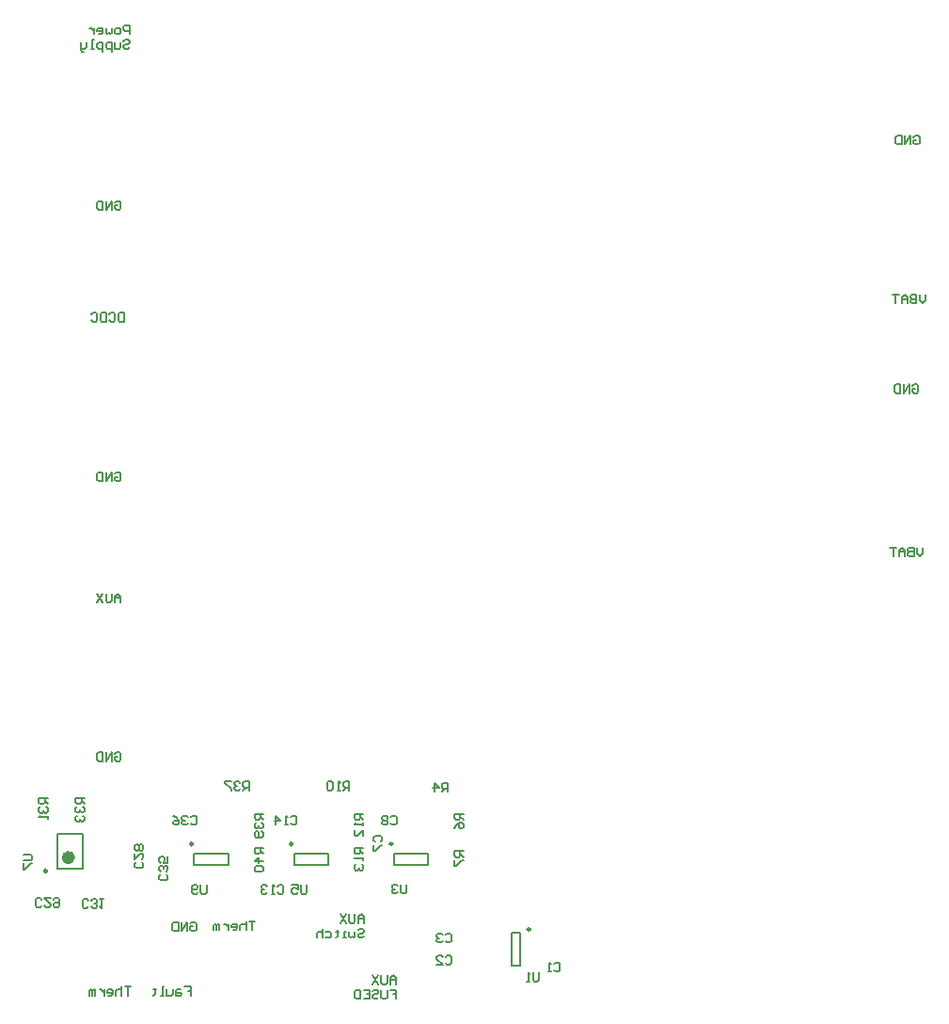
<source format=gbo>
G04*
G04 #@! TF.GenerationSoftware,Altium Limited,Altium Designer,20.1.8 (145)*
G04*
G04 Layer_Color=32896*
%FSLAX25Y25*%
%MOIN*%
G70*
G04*
G04 #@! TF.SameCoordinates,CA1AD960-CC60-4823-93EC-705349262C67*
G04*
G04*
G04 #@! TF.FilePolarity,Positive*
G04*
G01*
G75*
%ADD11C,0.02362*%
%ADD12C,0.00984*%
%ADD14C,0.00787*%
%ADD15C,0.00591*%
D11*
X20669Y53347D02*
G03*
X20669Y53347I-1181J0D01*
G01*
D12*
X183169Y27953D02*
G03*
X183169Y27953I-492J0D01*
G01*
X63484Y58169D02*
G03*
X63484Y58169I-492J0D01*
G01*
X134350Y58268D02*
G03*
X134350Y58268I-492J0D01*
G01*
X98917Y58169D02*
G03*
X98917Y58169I-492J0D01*
G01*
X11909Y48622D02*
G03*
X11909Y48622I-492J0D01*
G01*
D14*
X99409Y50787D02*
Y54724D01*
X111614Y50787D02*
Y54724D01*
X99409D02*
X111614D01*
X99409Y50787D02*
X111614D01*
X176575Y14961D02*
Y26772D01*
X179724Y14961D02*
Y26772D01*
X176575Y14961D02*
X179724D01*
X176575Y26772D02*
X179724D01*
X63976Y50787D02*
Y54724D01*
X76181Y50787D02*
Y54724D01*
X63976D02*
X76181D01*
X63976Y50787D02*
X76181D01*
X134843Y50886D02*
Y54823D01*
X147047Y50886D02*
Y54823D01*
X134843D02*
X147047D01*
X134843Y50886D02*
X147047D01*
X15551Y61614D02*
X24606D01*
X15551Y49409D02*
X24606D01*
Y61614D01*
X15551Y49409D02*
Y61614D01*
D15*
X323212Y252783D02*
Y250684D01*
X322163Y249635D01*
X321113Y250684D01*
Y252783D01*
X320063D02*
Y249635D01*
X318489D01*
X317964Y250160D01*
Y250684D01*
X318489Y251209D01*
X320063D01*
X318489D01*
X317964Y251734D01*
Y252259D01*
X318489Y252783D01*
X320063D01*
X316915Y249635D02*
Y251734D01*
X315865Y252783D01*
X314816Y251734D01*
Y249635D01*
Y251209D01*
X316915D01*
X313766Y252783D02*
X311667D01*
X312717D01*
Y249635D01*
X35906Y189283D02*
X36431Y189808D01*
X37481D01*
X38005Y189283D01*
Y187184D01*
X37481Y186660D01*
X36431D01*
X35906Y187184D01*
Y188234D01*
X36956D01*
X34857Y186660D02*
Y189808D01*
X32758Y186660D01*
Y189808D01*
X31708D02*
Y186660D01*
X30134D01*
X29609Y187184D01*
Y189283D01*
X30134Y189808D01*
X31708D01*
X35906Y285346D02*
X36431Y285871D01*
X37481D01*
X38005Y285346D01*
Y283247D01*
X37481Y282722D01*
X36431D01*
X35906Y283247D01*
Y284297D01*
X36956D01*
X34857Y282722D02*
Y285871D01*
X32758Y282722D01*
Y285871D01*
X31708D02*
Y282722D01*
X30134D01*
X29609Y283247D01*
Y285346D01*
X30134Y285871D01*
X31708D01*
X35906Y90071D02*
X36431Y90596D01*
X37481D01*
X38005Y90071D01*
Y87972D01*
X37481Y87447D01*
X36431D01*
X35906Y87972D01*
Y89021D01*
X36956D01*
X34857Y87447D02*
Y90596D01*
X32758Y87447D01*
Y90596D01*
X31708D02*
Y87447D01*
X30134D01*
X29609Y87972D01*
Y90071D01*
X30134Y90596D01*
X31708D01*
X318570Y220537D02*
X319095Y221062D01*
X320145D01*
X320669Y220537D01*
Y218438D01*
X320145Y217913D01*
X319095D01*
X318570Y218438D01*
Y219488D01*
X319620D01*
X317521Y217913D02*
Y221062D01*
X315422Y217913D01*
Y221062D01*
X314372D02*
Y217913D01*
X312798D01*
X312273Y218438D01*
Y220537D01*
X312798Y221062D01*
X314372D01*
X318977Y308575D02*
X319502Y309099D01*
X320551D01*
X321076Y308575D01*
Y306476D01*
X320551Y305951D01*
X319502D01*
X318977Y306476D01*
Y307525D01*
X320027D01*
X317928Y305951D02*
Y309099D01*
X315828Y305951D01*
Y309099D01*
X314779D02*
Y305951D01*
X313205D01*
X312680Y306476D01*
Y308575D01*
X313205Y309099D01*
X314779D01*
X39173Y246259D02*
Y243110D01*
X37599D01*
X37074Y243635D01*
Y245734D01*
X37599Y246259D01*
X39173D01*
X33926Y245734D02*
X34450Y246259D01*
X35500D01*
X36025Y245734D01*
Y243635D01*
X35500Y243110D01*
X34450D01*
X33926Y243635D01*
X32876Y246259D02*
Y243110D01*
X31302D01*
X30777Y243635D01*
Y245734D01*
X31302Y246259D01*
X32876D01*
X27628Y245734D02*
X28153Y246259D01*
X29203D01*
X29728Y245734D01*
Y243635D01*
X29203Y243110D01*
X28153D01*
X27628Y243635D01*
X38005Y143746D02*
Y145845D01*
X36956Y146895D01*
X35906Y145845D01*
Y143746D01*
Y145320D01*
X38005D01*
X34857Y146895D02*
Y144271D01*
X34332Y143746D01*
X33282D01*
X32758Y144271D01*
Y146895D01*
X31708D02*
X29609Y143746D01*
Y146895D02*
X31708Y143746D01*
X322244Y163188D02*
Y161089D01*
X321195Y160039D01*
X320145Y161089D01*
Y163188D01*
X319095D02*
Y160039D01*
X317521D01*
X316997Y160564D01*
Y161089D01*
X317521Y161614D01*
X319095D01*
X317521D01*
X316997Y162138D01*
Y162663D01*
X317521Y163188D01*
X319095D01*
X315947Y160039D02*
Y162138D01*
X314897Y163188D01*
X313848Y162138D01*
Y160039D01*
Y161614D01*
X315947D01*
X312798Y163188D02*
X310699D01*
X311749D01*
Y160039D01*
X135630Y8542D02*
Y10641D01*
X134580Y11691D01*
X133531Y10641D01*
Y8542D01*
Y10116D01*
X135630D01*
X132481Y11691D02*
Y9067D01*
X131957Y8542D01*
X130907D01*
X130382Y9067D01*
Y11691D01*
X129333D02*
X127234Y8542D01*
Y11691D02*
X129333Y8542D01*
X133531Y6495D02*
X135630D01*
Y4921D01*
X134580D01*
X135630D01*
Y3347D01*
X132481Y6495D02*
Y3871D01*
X131957Y3347D01*
X130907D01*
X130382Y3871D01*
Y6495D01*
X127234Y5970D02*
X127758Y6495D01*
X128808D01*
X129333Y5970D01*
Y5446D01*
X128808Y4921D01*
X127758D01*
X127234Y4396D01*
Y3871D01*
X127758Y3347D01*
X128808D01*
X129333Y3871D01*
X124085Y6495D02*
X126184D01*
Y3347D01*
X124085D01*
X126184Y4921D02*
X125135D01*
X123036Y6495D02*
Y3347D01*
X121461D01*
X120937Y3871D01*
Y5970D01*
X121461Y6495D01*
X123036D01*
X41142Y345025D02*
Y348173D01*
X39567D01*
X39043Y347649D01*
Y346599D01*
X39567Y346074D01*
X41142D01*
X37468Y345025D02*
X36419D01*
X35894Y345549D01*
Y346599D01*
X36419Y347124D01*
X37468D01*
X37993Y346599D01*
Y345549D01*
X37468Y345025D01*
X34845Y347124D02*
Y345549D01*
X34320Y345025D01*
X33795Y345549D01*
X33270Y345025D01*
X32746Y345549D01*
Y347124D01*
X30122Y345025D02*
X31171D01*
X31696Y345549D01*
Y346599D01*
X31171Y347124D01*
X30122D01*
X29597Y346599D01*
Y346074D01*
X31696D01*
X28547Y347124D02*
Y345025D01*
Y346074D01*
X28023Y346599D01*
X27498Y347124D01*
X26973D01*
X39043Y342453D02*
X39567Y342978D01*
X40617D01*
X41142Y342453D01*
Y341928D01*
X40617Y341403D01*
X39567D01*
X39043Y340879D01*
Y340354D01*
X39567Y339829D01*
X40617D01*
X41142Y340354D01*
X37993Y341928D02*
Y340354D01*
X37468Y339829D01*
X35894D01*
Y341928D01*
X34845Y338779D02*
Y341928D01*
X33270D01*
X32746Y341403D01*
Y340354D01*
X33270Y339829D01*
X34845D01*
X31696Y338779D02*
Y341928D01*
X30122D01*
X29597Y341403D01*
Y340354D01*
X30122Y339829D01*
X31696D01*
X28547D02*
X27498D01*
X28023D01*
Y342978D01*
X28547D01*
X25924Y341928D02*
Y340354D01*
X25399Y339829D01*
X23824D01*
Y339304D01*
X24349Y338779D01*
X24874D01*
X23824Y339829D02*
Y341928D01*
X124213Y30196D02*
Y32295D01*
X123163Y33344D01*
X122114Y32295D01*
Y30196D01*
Y31770D01*
X124213D01*
X121064Y33344D02*
Y30720D01*
X120539Y30196D01*
X119490D01*
X118965Y30720D01*
Y33344D01*
X117915D02*
X115816Y30196D01*
Y33344D02*
X117915Y30196D01*
X122114Y27624D02*
X122638Y28149D01*
X123688D01*
X124213Y27624D01*
Y27099D01*
X123688Y26574D01*
X122638D01*
X122114Y26050D01*
Y25525D01*
X122638Y25000D01*
X123688D01*
X124213Y25525D01*
X121064Y27099D02*
Y25525D01*
X120539Y25000D01*
X120015Y25525D01*
X119490Y25000D01*
X118965Y25525D01*
Y27099D01*
X117915Y25000D02*
X116866D01*
X117391D01*
Y27099D01*
X117915D01*
X114767Y27624D02*
Y27099D01*
X115292D01*
X114242D01*
X114767D01*
Y25525D01*
X114242Y25000D01*
X110569Y27099D02*
X112143D01*
X112668Y26574D01*
Y25525D01*
X112143Y25000D01*
X110569D01*
X109519Y28149D02*
Y25000D01*
Y26574D01*
X108994Y27099D01*
X107945D01*
X107420Y26574D01*
Y25000D01*
X62665Y29986D02*
X63190Y30511D01*
X64239D01*
X64764Y29986D01*
Y27887D01*
X64239Y27362D01*
X63190D01*
X62665Y27887D01*
Y28936D01*
X63714D01*
X61615Y27362D02*
Y30511D01*
X59516Y27362D01*
Y30511D01*
X58467D02*
Y27362D01*
X56892D01*
X56368Y27887D01*
Y29986D01*
X56892Y30511D01*
X58467D01*
X85630Y30904D02*
X83531D01*
X84580D01*
Y27756D01*
X82481Y30904D02*
Y27756D01*
Y29330D01*
X81957Y29855D01*
X80907D01*
X80382Y29330D01*
Y27756D01*
X77759D02*
X78808D01*
X79333Y28281D01*
Y29330D01*
X78808Y29855D01*
X77759D01*
X77234Y29330D01*
Y28805D01*
X79333D01*
X76184Y29855D02*
Y27756D01*
Y28805D01*
X75659Y29330D01*
X75135Y29855D01*
X74610D01*
X73036Y27756D02*
Y29855D01*
X72511D01*
X71986Y29330D01*
Y27756D01*
Y29330D01*
X71461Y29855D01*
X70937Y29330D01*
Y27756D01*
X41535Y7676D02*
X39436D01*
X40486D01*
Y4528D01*
X38387Y7676D02*
Y4528D01*
Y6102D01*
X37862Y6627D01*
X36812D01*
X36288Y6102D01*
Y4528D01*
X33664D02*
X34714D01*
X35238Y5052D01*
Y6102D01*
X34714Y6627D01*
X33664D01*
X33139Y6102D01*
Y5577D01*
X35238D01*
X32090Y6627D02*
Y4528D01*
Y5577D01*
X31565Y6102D01*
X31040Y6627D01*
X30515D01*
X28941Y4528D02*
Y6627D01*
X28416D01*
X27892Y6102D01*
Y4528D01*
Y6102D01*
X27367Y6627D01*
X26842Y6102D01*
Y4528D01*
X60696Y7676D02*
X62795D01*
Y6102D01*
X61746D01*
X62795D01*
Y4528D01*
X59122Y6627D02*
X58072D01*
X57548Y6102D01*
Y4528D01*
X59122D01*
X59647Y5052D01*
X59122Y5577D01*
X57548D01*
X56498Y6627D02*
Y5052D01*
X55973Y4528D01*
X54399D01*
Y6627D01*
X53350Y4528D02*
X52300D01*
X52825D01*
Y7676D01*
X53350D01*
X50201Y7151D02*
Y6627D01*
X50726D01*
X49676D01*
X50201D01*
Y5052D01*
X49676Y4528D01*
X68504Y43700D02*
Y41076D01*
X67979Y40551D01*
X66930D01*
X66405Y41076D01*
Y43700D01*
X65355Y41076D02*
X64831Y40551D01*
X63781D01*
X63256Y41076D01*
Y43175D01*
X63781Y43700D01*
X64831D01*
X65355Y43175D01*
Y42650D01*
X64831Y42125D01*
X63256D01*
X3544Y54429D02*
X6168D01*
X6693Y53904D01*
Y52855D01*
X6168Y52330D01*
X3544D01*
Y51280D02*
Y49182D01*
X4069D01*
X6168Y51280D01*
X6693D01*
X103937Y43700D02*
Y41076D01*
X103412Y40551D01*
X102363D01*
X101838Y41076D01*
Y43700D01*
X98689D02*
X100788D01*
Y42125D01*
X99739Y42650D01*
X99214D01*
X98689Y42125D01*
Y41076D01*
X99214Y40551D01*
X100264D01*
X100788Y41076D01*
X139370Y43798D02*
Y41174D01*
X138845Y40650D01*
X137796D01*
X137271Y41174D01*
Y43798D01*
X136222Y43273D02*
X135697Y43798D01*
X134647D01*
X134122Y43273D01*
Y42749D01*
X134647Y42224D01*
X135172D01*
X134647D01*
X134122Y41699D01*
Y41174D01*
X134647Y40650D01*
X135697D01*
X136222Y41174D01*
X186221Y12597D02*
Y9974D01*
X185696Y9449D01*
X184646D01*
X184121Y9974D01*
Y12597D01*
X183072Y9449D02*
X182022D01*
X182547D01*
Y12597D01*
X183072Y12073D01*
X25197Y74508D02*
X22048D01*
Y72934D01*
X22573Y72409D01*
X23623D01*
X24147Y72934D01*
Y74508D01*
Y73458D02*
X25197Y72409D01*
X22573Y71359D02*
X22048Y70834D01*
Y69785D01*
X22573Y69260D01*
X23098D01*
X23623Y69785D01*
Y70310D01*
Y69785D01*
X24147Y69260D01*
X24672D01*
X25197Y69785D01*
Y70834D01*
X24672Y71359D01*
X22573Y68211D02*
X22048Y67686D01*
Y66636D01*
X22573Y66112D01*
X23098D01*
X23623Y66636D01*
Y67161D01*
Y66636D01*
X24147Y66112D01*
X24672D01*
X25197Y66636D01*
Y67686D01*
X24672Y68211D01*
X12205Y74409D02*
X9056D01*
Y72835D01*
X9581Y72310D01*
X10630D01*
X11155Y72835D01*
Y74409D01*
Y73360D02*
X12205Y72310D01*
X9581Y71261D02*
X9056Y70736D01*
Y69687D01*
X9581Y69162D01*
X10106D01*
X10630Y69687D01*
Y70211D01*
Y69687D01*
X11155Y69162D01*
X11680D01*
X12205Y69687D01*
Y70736D01*
X11680Y71261D01*
X12205Y68112D02*
Y67063D01*
Y67588D01*
X9056D01*
X9581Y68112D01*
X88583Y56693D02*
X85434D01*
Y55119D01*
X85959Y54594D01*
X87008D01*
X87533Y55119D01*
Y56693D01*
Y55643D02*
X88583Y54594D01*
Y51970D02*
X85434D01*
X87008Y53544D01*
Y51445D01*
X85959Y50396D02*
X85434Y49871D01*
Y48821D01*
X85959Y48297D01*
X88058D01*
X88583Y48821D01*
Y49871D01*
X88058Y50396D01*
X85959D01*
X88583Y68898D02*
X85434D01*
Y67323D01*
X85959Y66799D01*
X87008D01*
X87533Y67323D01*
Y68898D01*
Y67848D02*
X88583Y66799D01*
X85959Y65749D02*
X85434Y65224D01*
Y64175D01*
X85959Y63650D01*
X86484D01*
X87008Y64175D01*
Y64700D01*
Y64175D01*
X87533Y63650D01*
X88058D01*
X88583Y64175D01*
Y65224D01*
X88058Y65749D01*
Y62600D02*
X88583Y62076D01*
Y61026D01*
X88058Y60501D01*
X85959D01*
X85434Y61026D01*
Y62076D01*
X85959Y62600D01*
X86484D01*
X87008Y62076D01*
Y60501D01*
X83465Y77165D02*
Y80314D01*
X81890D01*
X81366Y79789D01*
Y78740D01*
X81890Y78215D01*
X83465D01*
X82415D02*
X81366Y77165D01*
X80316Y79789D02*
X79791Y80314D01*
X78742D01*
X78217Y79789D01*
Y79264D01*
X78742Y78740D01*
X79266D01*
X78742D01*
X78217Y78215D01*
Y77690D01*
X78742Y77165D01*
X79791D01*
X80316Y77690D01*
X77167Y80314D02*
X75068D01*
Y79789D01*
X77167Y77690D01*
Y77165D01*
X124016Y56693D02*
X120867D01*
Y55119D01*
X121392Y54594D01*
X122441D01*
X122966Y55119D01*
Y56693D01*
Y55643D02*
X124016Y54594D01*
Y53544D02*
Y52495D01*
Y53020D01*
X120867D01*
X121392Y53544D01*
Y50920D02*
X120867Y50396D01*
Y49346D01*
X121392Y48821D01*
X121917D01*
X122441Y49346D01*
Y49871D01*
Y49346D01*
X122966Y48821D01*
X123491D01*
X124016Y49346D01*
Y50396D01*
X123491Y50920D01*
X124016Y68898D02*
X120867D01*
Y67323D01*
X121392Y66799D01*
X122441D01*
X122966Y67323D01*
Y68898D01*
Y67848D02*
X124016Y66799D01*
Y65749D02*
Y64700D01*
Y65224D01*
X120867D01*
X121392Y65749D01*
X124016Y61026D02*
Y63125D01*
X121917Y61026D01*
X121392D01*
X120867Y61551D01*
Y62600D01*
X121392Y63125D01*
X118996Y77165D02*
Y80314D01*
X117422D01*
X116897Y79789D01*
Y78740D01*
X117422Y78215D01*
X118996D01*
X117947D02*
X116897Y77165D01*
X115848D02*
X114798D01*
X115323D01*
Y80314D01*
X115848Y79789D01*
X113224D02*
X112699Y80314D01*
X111649D01*
X111125Y79789D01*
Y77690D01*
X111649Y77165D01*
X112699D01*
X113224Y77690D01*
Y79789D01*
X159449Y55677D02*
X156300D01*
Y54103D01*
X156825Y53578D01*
X157875D01*
X158399Y54103D01*
Y55677D01*
Y54628D02*
X159449Y53578D01*
X156300Y52529D02*
Y50430D01*
X156825D01*
X158924Y52529D01*
X159449D01*
Y68898D02*
X156300D01*
Y67323D01*
X156825Y66799D01*
X157875D01*
X158399Y67323D01*
Y68898D01*
Y67848D02*
X159449Y66799D01*
X156300Y63650D02*
X156825Y64700D01*
X157875Y65749D01*
X158924D01*
X159449Y65224D01*
Y64175D01*
X158924Y63650D01*
X158399D01*
X157875Y64175D01*
Y65749D01*
X153937Y76625D02*
Y79773D01*
X152363D01*
X151838Y79248D01*
Y78199D01*
X152363Y77674D01*
X153937D01*
X152887D02*
X151838Y76625D01*
X149214D02*
Y79773D01*
X150788Y78199D01*
X148689D01*
X62862Y67585D02*
X63386Y68109D01*
X64436D01*
X64961Y67585D01*
Y65485D01*
X64436Y64961D01*
X63386D01*
X62862Y65485D01*
X61812Y67585D02*
X61287Y68109D01*
X60238D01*
X59713Y67585D01*
Y67060D01*
X60238Y66535D01*
X60763D01*
X60238D01*
X59713Y66010D01*
Y65485D01*
X60238Y64961D01*
X61287D01*
X61812Y65485D01*
X56564Y68109D02*
X57614Y67585D01*
X58663Y66535D01*
Y65485D01*
X58139Y64961D01*
X57089D01*
X56564Y65485D01*
Y66010D01*
X57089Y66535D01*
X58663D01*
X54199Y47375D02*
X54723Y46850D01*
Y45800D01*
X54199Y45276D01*
X52100D01*
X51575Y45800D01*
Y46850D01*
X52100Y47375D01*
X54199Y48424D02*
X54723Y48949D01*
Y49999D01*
X54199Y50523D01*
X53674D01*
X53149Y49999D01*
Y49474D01*
Y49999D01*
X52624Y50523D01*
X52100D01*
X51575Y49999D01*
Y48949D01*
X52100Y48424D01*
X54723Y53672D02*
Y51573D01*
X53149D01*
X53674Y52622D01*
Y53147D01*
X53149Y53672D01*
X52100D01*
X51575Y53147D01*
Y52097D01*
X52100Y51573D01*
X26509Y35959D02*
X25984Y35434D01*
X24934D01*
X24409Y35959D01*
Y38058D01*
X24934Y38583D01*
X25984D01*
X26509Y38058D01*
X27558Y35959D02*
X28083Y35434D01*
X29132D01*
X29657Y35959D01*
Y36484D01*
X29132Y37008D01*
X28608D01*
X29132D01*
X29657Y37533D01*
Y38058D01*
X29132Y38583D01*
X28083D01*
X27558Y38058D01*
X30707Y38583D02*
X31756D01*
X31231D01*
Y35434D01*
X30707Y35959D01*
X9973Y36353D02*
X9448Y35828D01*
X8399D01*
X7874Y36353D01*
Y38452D01*
X8399Y38976D01*
X9448D01*
X9973Y38452D01*
X13122Y38976D02*
X11023D01*
X13122Y36877D01*
Y36353D01*
X12597Y35828D01*
X11547D01*
X11023Y36353D01*
X14171Y38452D02*
X14696Y38976D01*
X15745D01*
X16270Y38452D01*
Y36353D01*
X15745Y35828D01*
X14696D01*
X14171Y36353D01*
Y36877D01*
X14696Y37402D01*
X16270D01*
X45537Y51705D02*
X46062Y51181D01*
Y50131D01*
X45537Y49606D01*
X43438D01*
X42913Y50131D01*
Y51181D01*
X43438Y51705D01*
X42913Y54854D02*
Y52755D01*
X45013Y54854D01*
X45537D01*
X46062Y54329D01*
Y53280D01*
X45537Y52755D01*
Y55904D02*
X46062Y56428D01*
Y57478D01*
X45537Y58003D01*
X45013D01*
X44488Y57478D01*
X43963Y58003D01*
X43438D01*
X42913Y57478D01*
Y56428D01*
X43438Y55904D01*
X43963D01*
X44488Y56428D01*
X45013Y55904D01*
X45537D01*
X44488Y56428D02*
Y57478D01*
X98295Y67585D02*
X98819Y68109D01*
X99869D01*
X100394Y67585D01*
Y65485D01*
X99869Y64961D01*
X98819D01*
X98295Y65485D01*
X97245Y64961D02*
X96196D01*
X96720D01*
Y68109D01*
X97245Y67585D01*
X93047Y64961D02*
Y68109D01*
X94621Y66535D01*
X92522D01*
X93570Y43175D02*
X94095Y43700D01*
X95144D01*
X95669Y43175D01*
Y41076D01*
X95144Y40551D01*
X94095D01*
X93570Y41076D01*
X92521Y40551D02*
X91471D01*
X91996D01*
Y43700D01*
X92521Y43175D01*
X89897D02*
X89372Y43700D01*
X88323D01*
X87798Y43175D01*
Y42650D01*
X88323Y42125D01*
X88847D01*
X88323D01*
X87798Y41601D01*
Y41076D01*
X88323Y40551D01*
X89372D01*
X89897Y41076D01*
X133728Y67585D02*
X134253Y68109D01*
X135302D01*
X135827Y67585D01*
Y65485D01*
X135302Y64961D01*
X134253D01*
X133728Y65485D01*
X132678Y67585D02*
X132153Y68109D01*
X131104D01*
X130579Y67585D01*
Y67060D01*
X131104Y66535D01*
X130579Y66010D01*
Y65485D01*
X131104Y64961D01*
X132153D01*
X132678Y65485D01*
Y66010D01*
X132153Y66535D01*
X132678Y67060D01*
Y67585D01*
X132153Y66535D02*
X131104D01*
X128085Y58925D02*
X127560Y59449D01*
Y60499D01*
X128085Y61024D01*
X130184D01*
X130709Y60499D01*
Y59449D01*
X130184Y58925D01*
X127560Y57875D02*
Y55776D01*
X128085D01*
X130184Y57875D01*
X130709D01*
X153125Y18074D02*
X153649Y18599D01*
X154699D01*
X155224Y18074D01*
Y15975D01*
X154699Y15450D01*
X153649D01*
X153125Y15975D01*
X149976Y15450D02*
X152075D01*
X149976Y17549D01*
Y18074D01*
X150501Y18599D01*
X151550D01*
X152075Y18074D01*
X153125Y25948D02*
X153649Y26473D01*
X154699D01*
X155224Y25948D01*
Y23849D01*
X154699Y23324D01*
X153649D01*
X153125Y23849D01*
X152075Y25948D02*
X151550Y26473D01*
X150501D01*
X149976Y25948D01*
Y25423D01*
X150501Y24899D01*
X151026D01*
X150501D01*
X149976Y24374D01*
Y23849D01*
X150501Y23324D01*
X151550D01*
X152075Y23849D01*
X191602Y15616D02*
X192127Y16141D01*
X193176D01*
X193701Y15616D01*
Y13517D01*
X193176Y12992D01*
X192127D01*
X191602Y13517D01*
X190552Y12992D02*
X189503D01*
X190027D01*
Y16141D01*
X190552Y15616D01*
M02*

</source>
